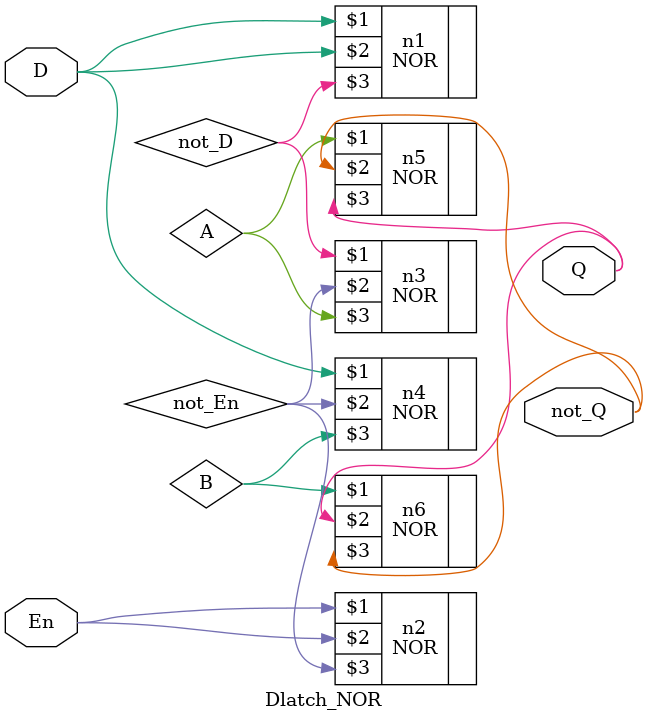
<source format=v>
`timescale 1ns / 1ps
module Dlatch_NOR(
    input En,
    input D,
    output Q,
    output not_Q
    );
	 
	 wire not_D,not_En,A,B ;
	 
	 NOR n1(D,D,not_D);
	 NOR n2(En,En,not_En);
	 NOR n3(not_D,not_En,A);
	 NOR n4(D,not_En,B);
	 NOR n5(A,not_Q,Q);
	 NOR n6(B,Q,not_Q);

	 

endmodule

</source>
